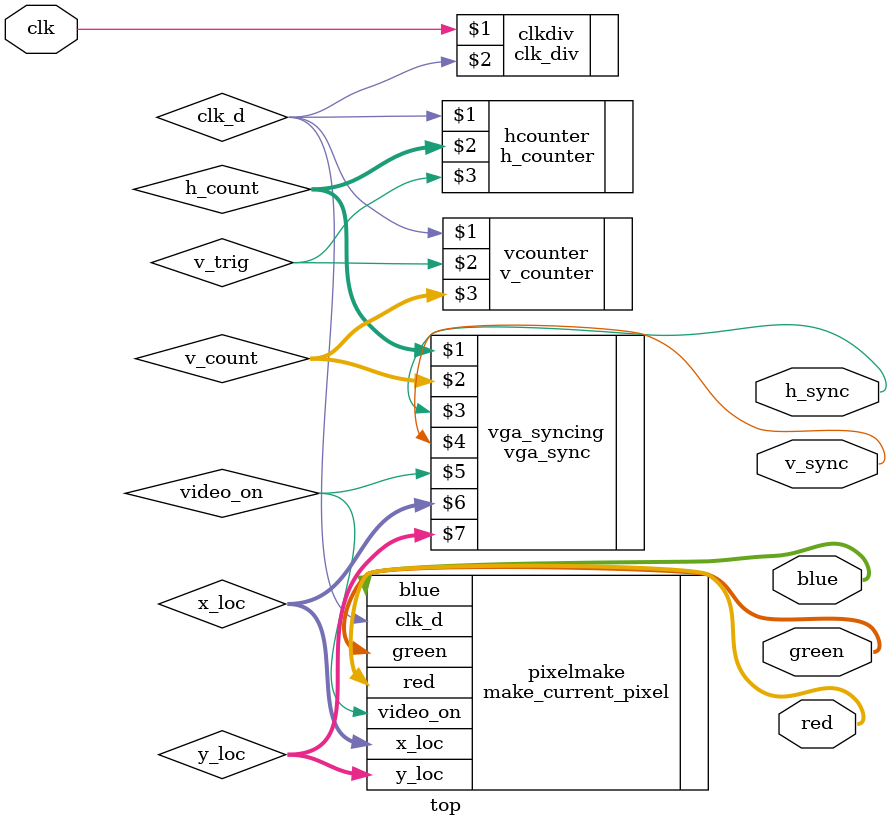
<source format=v>
`timescale 1ns / 1ps
module top(input clk, output v_sync, output h_sync, output [3:0]red, output [3:0]green, output [3:0]blue);
    wire [9:0]h_count;
    wire [9:0]v_count;
    wire [9:0]x_loc;
    wire [9:0]y_loc;
   
    wire v_trig;
    wire v_enable;
    wire clk_d;
    wire video_on;
   
    clk_div clkdiv(clk,clk_d);
   
    h_counter hcounter(clk_d,h_count,v_trig);
    v_counter vcounter(clk_d,v_trig,v_count);        
    vga_sync vga_syncing(h_count, v_count, h_sync, v_sync, video_on, x_loc, y_loc);
		make_current_pixel pixelmake(.clk_d(clk_d), .x_loc(x_loc), .y_loc(y_loc), .video_on(video_on), .red(red), .green(green), .blue(blue));
endmodule

</source>
